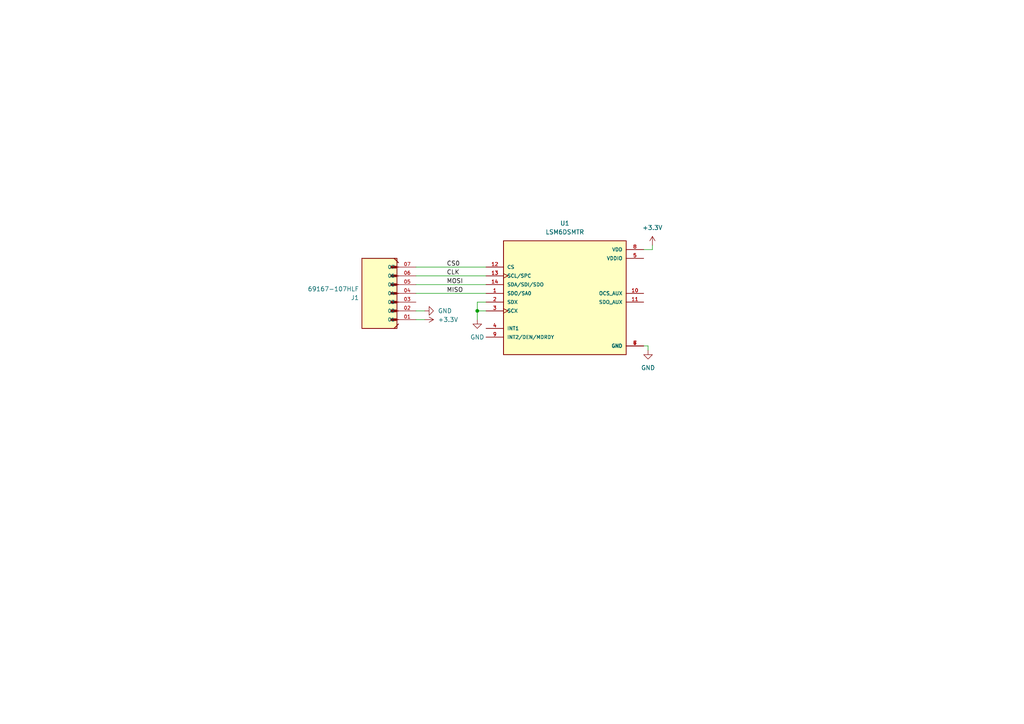
<source format=kicad_sch>
(kicad_sch (version 20230121) (generator eeschema)
  (paper "A4")
  (lib_symbols
    (symbol "69167-107HLF:69167-107HLF" (pin_names (offset 1.016))
      (property "Reference" "J" (at -5.58 10.16 0))
      (property "Value" "69167-107HLF" (at -5.08 -12.7 0))
      (symbol "69167-107HLF_0_0"
        (rectangle (start -4.647 -10.16) (end 5.513 10.16) (stroke (width 0.254)) (fill (type background)))
        (rectangle (start -4.445 -7.9375) (end -2.8575 -7.3025) (stroke (width 0.1)) (fill (type outline)))
        (rectangle (start -4.445 -5.3975) (end -2.8575 -4.7625) (stroke (width 0.1)) (fill (type outline)))
        (rectangle (start -4.445 -2.8575) (end -2.8575 -2.2225) (stroke (width 0.1)) (fill (type outline)))
        (rectangle (start -4.445 -0.3175) (end -2.8575 0.3175) (stroke (width 0.1)) (fill (type outline)))
        (rectangle (start -4.445 2.2225) (end -2.8575 2.8575) (stroke (width 0.1)) (fill (type outline)))
        (rectangle (start -4.445 4.7625) (end -2.8575 5.3975) (stroke (width 0.1)) (fill (type outline)))
        (rectangle (start -4.445 7.3025) (end -2.8575 7.9375) (stroke (width 0.1)) (fill (type outline)))
        (polyline (pts (xy -5.08 -8.89) (xy -3.81 -10.16)) (stroke (width 0.254)))
        (polyline (pts (xy -5.08 -7.62) (xy -3.175 -7.62)) (stroke (width 0.254)))
        (polyline (pts (xy -5.08 -5.08) (xy -3.175 -5.08)) (stroke (width 0.254)))
        (polyline (pts (xy -5.08 -2.54) (xy -3.175 -2.54)) (stroke (width 0.254)))
        (polyline (pts (xy -5.08 0) (xy -3.175 0)) (stroke (width 0.254)))
        (polyline (pts (xy -5.08 2.54) (xy -3.175 2.54)) (stroke (width 0.254)))
        (polyline (pts (xy -5.08 5.08) (xy -3.175 5.08)) (stroke (width 0.254)))
        (polyline (pts (xy -5.08 7.62) (xy -3.175 7.62)) (stroke (width 0.254)))
        (polyline (pts (xy -5.08 8.89) (xy -3.81 10.16)) (stroke (width 0.254)))
        (pin passive line (at -10.16 7.62 0) (length 5.08) (name "01") (number "01"))
        (pin passive line (at -10.16 5.08 0) (length 5.08) (name "02") (number "02"))
        (pin passive line (at -10.16 2.54 0) (length 5.08) (name "03") (number "03"))
        (pin passive line (at -10.16 0 0) (length 5.08) (name "04") (number "04"))
        (pin passive line (at -10.16 -2.54 0) (length 5.08) (name "05") (number "05"))
        (pin passive line (at -10.16 -5.08 0) (length 5.08) (name "06") (number "06"))
        (pin passive line (at -10.16 -7.62 0) (length 5.08) (name "07") (number "07"))
      )
    )
    (symbol "LSM6DSMTR:LSM6DSMTR" (pin_names (offset 1.016))
      (property "Reference" "U" (at -17.78 16.51 0))
      (property "Value" "LSM6DSMTR" (at -17.78 -21.59 0))
      (symbol "LSM6DSMTR_0_0"
        (rectangle (start -17.78 -17.78) (end 17.78 15.24) (stroke (width 0.254)) (fill (type background)))
        (pin bidirectional line (at -22.86 0 0) (length 5.08) (name "SDO/SA0") (number "1"))
        (pin input line (at 22.86 0 180) (length 5.08) (name "OCS_AUX") (number "10"))
        (pin bidirectional line (at 22.86 -2.54 180) (length 5.08) (name "SDO_AUX") (number "11"))
        (pin input line (at -22.86 7.62 0) (length 5.08) (name "CS") (number "12"))
        (pin input clock (at -22.86 5.08 0) (length 5.08) (name "SCL/SPC") (number "13"))
        (pin bidirectional line (at -22.86 2.54 0) (length 5.08) (name "SDA/SDI/SDO") (number "14"))
        (pin bidirectional line (at -22.86 -2.54 0) (length 5.08) (name "SDX") (number "2"))
        (pin bidirectional clock (at -22.86 -5.08 0) (length 5.08) (name "SCX") (number "3"))
        (pin input line (at -22.86 -10.16 0) (length 5.08) (name "INT1") (number "4"))
        (pin power_in line (at 22.86 10.16 180) (length 5.08) (name "VDDIO") (number "5"))
        (pin power_in line (at 22.86 -15.24 180) (length 5.08) (name "GND") (number "6"))
        (pin power_in line (at 22.86 -15.24 180) (length 5.08) (name "GND") (number "7"))
        (pin power_in line (at 22.86 12.7 180) (length 5.08) (name "VDD") (number "8"))
        (pin input line (at -22.86 -12.7 0) (length 5.08) (name "INT2/DEN/MDRDY") (number "9"))
      )
    )
    (symbol "power:+3.3V" (power) (pin_names (offset 0))
      (property "Value" "+3.3V" (at 0 3.556 0))
      (symbol "+3.3V_0_1"
        (polyline (pts (xy -0.762 1.27) (xy 0 2.54)))
        (polyline (pts (xy 0 0) (xy 0 2.54)))
        (polyline (pts (xy 0 2.54) (xy 0.762 1.27)))
      )
      (symbol "+3.3V_1_1"
        (pin power_in line (at 0 0 90) (length 0) hide (name "+3.3V") (number "1"))
      )
    )
    (symbol "power:GND" (power) (pin_names (offset 0))
      (property "Value" "GND" (at 0 -3.81 0))
      (symbol "GND_0_1"
        (polyline (pts (xy 0 0) (xy 0 -1.27) (xy 1.27 -1.27) (xy 0 -2.54) (xy -1.27 -1.27) (xy 0 -1.27)))
      )
      (symbol "GND_1_1"
        (pin power_in line (at 0 0 270) (length 0) hide (name "GND") (number "1"))
      )
    )
  )
  (junction (at 138.43 90.17))
  (wire (pts (xy 138.43 90.17) (xy 138.43 92.71)))
  (wire (pts (xy 120.65 85.09) (xy 140.97 85.09)))
  (wire (pts (xy 140.97 87.63) (xy 138.43 87.63)))
  (wire (pts (xy 138.43 87.63) (xy 138.43 90.17)))
  (wire (pts (xy 138.43 90.17) (xy 140.97 90.17)))
  (wire (pts (xy 186.69 100.33) (xy 187.96 100.33)))
  (wire (pts (xy 120.65 92.71) (xy 123.19 92.71)))
  (wire (pts (xy 120.65 80.01) (xy 140.97 80.01)))
  (wire (pts (xy 187.96 100.33) (xy 187.96 101.6)))
  (wire (pts (xy 189.23 72.39) (xy 189.23 71.12)))
  (wire (pts (xy 186.69 72.39) (xy 189.23 72.39)))
  (wire (pts (xy 120.65 77.47) (xy 140.97 77.47)))
  (wire (pts (xy 120.65 90.17) (xy 123.19 90.17)))
  (wire (pts (xy 120.65 82.55) (xy 140.97 82.55)))
  (label "MISO" (at 129.54 85.09 0))
  (label "CS0" (at 129.54 77.47 0))
  (label "CLK" (at 129.54 80.01 0))
  (label "MOSI" (at 129.54 82.55 0))
  (symbol (lib_id "power:+3.3V") (at 189.23 71.12 0) (unit 1)
    (property "Reference" "#PWR05" (effects hide))
    (property "Value" "+3.3V" (at 189.23 66.04 0))
  )
  (symbol (lib_id "power:+3.3V") (at 123.19 92.71 270) (unit 1)
    (property "Reference" "#PWR02" (effects hide))
    (property "Value" "+3.3V" (at 127 92.71 90) (effects (justify left)))
  )
  (symbol (lib_id "power:GND") (at 138.43 92.71 0) (unit 1)
    (property "Reference" "#PWR03" (effects hide))
    (property "Value" "GND" (at 138.43 97.79 0))
  )
  (symbol (lib_id "power:GND") (at 123.19 90.17 90) (unit 1)
    (property "Reference" "#PWR01" (effects hide))
    (property "Value" "GND" (at 127 90.17 90) (effects (justify right)))
  )
  (symbol (lib_id "power:GND") (at 187.96 101.6 0) (unit 1)
    (property "Reference" "#PWR04" (effects hide))
    (property "Value" "GND" (at 187.96 106.68 0))
  )
  (symbol (lib_id "69167-107HLF:69167-107HLF") (at 110.49 85.09 180) (unit 1)
    (property "Reference" "J1" (at 104.14 86.36 0) (effects (justify left)))
    (property "Value" "69167-107HLF" (at 104.14 83.82 0) (effects (justify left)))
    (property "Footprint" "69167-107HLF:AMPHENOL_69167-107HLF" (effects hide))
    (property "MF" "Amphenol CS (FCI)" (effects hide))
    (property "Description" "\nPV Shrouded Header, Wire to Board connector, 2 Wall Shrouded Header - Through Hole - Single row - 7 Positions 2.54mm - Vertical.\n" (effects hide))
    (property "Package" "None" (effects hide))
    (property "Price" "None" (effects hide))
    (property "Check_prices" "https://www.snapeda.com/parts/69167-107HLF/Amphenol+FCI/view-part/?ref=eda" (effects hide))
    (property "STANDARD" "Manufacturer Recommendations" (effects hide))
    (property "PARTREV" "W" (effects hide))
    (property "SnapEDA_Link" "https://www.snapeda.com/parts/69167-107HLF/Amphenol+FCI/view-part/?ref=snap" (effects hide))
    (property "MP" "69167-107HLF" (effects hide))
    (property "Purchase-URL" "https://www.snapeda.com/api/url_track_click_mouser/?unipart_id=9742722&manufacturer=Amphenol CS (FCI)&part_name=69167-107HLF&search_term=69167-107hlf" (effects hide))
    (property "Availability" "In Stock" (effects hide))
    (property "MANUFACTURER" "Amphenol CS (FCI)" (effects hide))
  )
  (symbol (lib_id "LSM6DSMTR:LSM6DSMTR") (at 163.83 85.09 0) (unit 1)
    (property "Reference" "U1" (at 163.83 64.77 0))
    (property "Value" "LSM6DSMTR" (at 163.83 67.31 0))
    (property "Footprint" "LSM6DSMTR (1):PQFN50P300X250X86-14N" (effects hide))
    (property "MF" "STMicroelectronics" (effects hide))
    (property "MAXIMUM_PACKAGE_HEIGHT" "0.86 mm" (effects hide))
    (property "Package" "VFLGA-14 STMicroelectronics" (effects hide))
    (property "Price" "None" (effects hide))
    (property "Check_prices" "https://www.snapeda.com/parts/LSM6DSMTR/STMicroelectronics/view-part/?ref=eda" (effects hide))
    (property "STANDARD" "IPC 7351B" (effects hide))
    (property "PARTREV" "Rev 7" (effects hide))
    (property "SnapEDA_Link" "https://www.snapeda.com/parts/LSM6DSMTR/STMicroelectronics/view-part/?ref=snap" (effects hide))
    (property "MP" "LSM6DSMTR" (effects hide))
    (property "Purchase-URL" "https://www.snapeda.com/api/url_track_click_mouser/?unipart_id=581716&manufacturer=STMicroelectronics&part_name=LSM6DSMTR&search_term=None" (effects hide))
    (property "Description" "\nAccelerometer, Gyroscope, Temperature, 6 Axis Sensor I2C, SPI Output\n" (effects hide))
    (property "Availability" "In Stock" (effects hide))
    (property "MANUFACTURER" "STMicroelectronics" (effects hide))
  )
)
</source>
